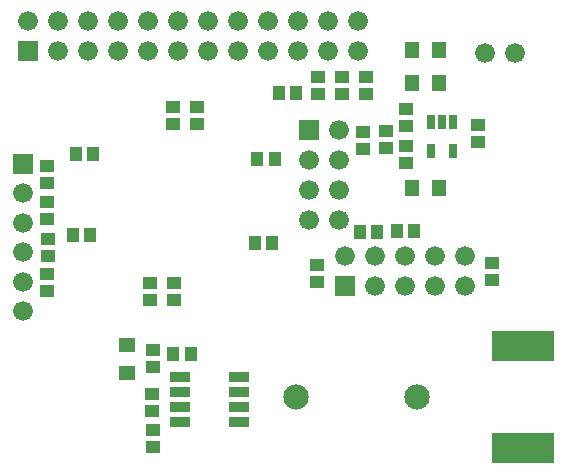
<source format=gbs>
%FSLAX25Y25*%
%MOIN*%
G04 EasyPC Gerber Version 18.0.8 Build 3632 *
%ADD74R,0.03002X0.04537*%
%ADD72R,0.04340X0.04931*%
%ADD152R,0.04734X0.05718*%
%ADD27R,0.06600X0.06600*%
%ADD28C,0.06600*%
%ADD154C,0.08474*%
%ADD75R,0.06781X0.03789*%
%ADD29R,0.04931X0.04340*%
%ADD73R,0.05718X0.04734*%
%ADD156R,0.20600X0.10246*%
X0Y0D02*
D02*
D27*
X13187Y151467D03*
X14833Y188907D03*
X108250Y162750D03*
X120250Y110750D03*
D02*
D28*
X13187Y102254D03*
Y112096D03*
Y121939D03*
Y131781D03*
Y141624D03*
X14833Y198907D03*
X24833Y188907D03*
Y198907D03*
X34833Y188907D03*
Y198907D03*
X44833Y188907D03*
Y198907D03*
X54833Y188907D03*
Y198907D03*
X64833Y188907D03*
Y198907D03*
X74833Y188907D03*
Y198907D03*
X84833Y188907D03*
Y198907D03*
X94833Y188907D03*
Y198907D03*
X104833Y188907D03*
Y198907D03*
X108250Y132750D03*
Y142750D03*
Y152750D03*
X114833Y188907D03*
Y198907D03*
X118250Y132750D03*
Y142750D03*
Y152750D03*
Y162750D03*
X120250Y120750D03*
X124833Y188907D03*
Y198907D03*
X130250Y110750D03*
Y120750D03*
X140250Y110750D03*
Y120750D03*
X150250Y110750D03*
Y120750D03*
X160250Y110750D03*
Y120750D03*
X167037Y188430D03*
X177037D03*
D02*
D29*
X21156Y109057D03*
Y114766D03*
Y133057D03*
Y138766D03*
Y145057D03*
Y150766D03*
X21344Y120734D03*
Y126443D03*
X55344Y106089D03*
Y111797D03*
X56156Y69057D03*
Y74766D03*
X56344Y57089D03*
Y62797D03*
Y83734D03*
Y89443D03*
X63156Y164703D03*
Y170411D03*
X63344Y106089D03*
Y111797D03*
X71156Y164703D03*
Y170411D03*
X111156Y112057D03*
Y117766D03*
X111344Y174734D03*
Y180443D03*
X119344Y174734D03*
Y180443D03*
X126344Y156334D03*
Y162043D03*
X127344Y174734D03*
Y180443D03*
X134156Y156703D03*
Y162411D03*
X140556Y151503D03*
Y157211D03*
X140744Y163889D03*
Y169597D03*
X164744Y158534D03*
Y164243D03*
X169344Y112734D03*
Y118443D03*
D02*
D72*
X29589Y127656D03*
X30589Y154656D03*
X35297Y127656D03*
X36297Y154656D03*
X63203Y87844D03*
X68911D03*
X90403Y124844D03*
X91203Y152844D03*
X96111Y124844D03*
X96911Y152844D03*
X98357Y175044D03*
X104066D03*
X125234Y128656D03*
X130943D03*
X137557Y128844D03*
X143266D03*
D02*
D73*
X47573Y81703D03*
Y90955D03*
D02*
D74*
X148910Y155629D03*
Y165471D03*
X152650D03*
X156390Y155629D03*
Y165471D03*
D02*
D75*
X65545Y65250D03*
Y70250D03*
Y75250D03*
Y80250D03*
X84955Y65250D03*
Y70250D03*
Y75250D03*
Y80250D03*
D02*
D152*
X142603Y143227D03*
Y178227D03*
Y189227D03*
X151855Y143227D03*
Y178227D03*
Y189227D03*
D02*
D154*
X104191Y73750D03*
X144309D03*
D02*
D156*
X179644Y56553D03*
Y90569D03*
X0Y0D02*
M02*

</source>
